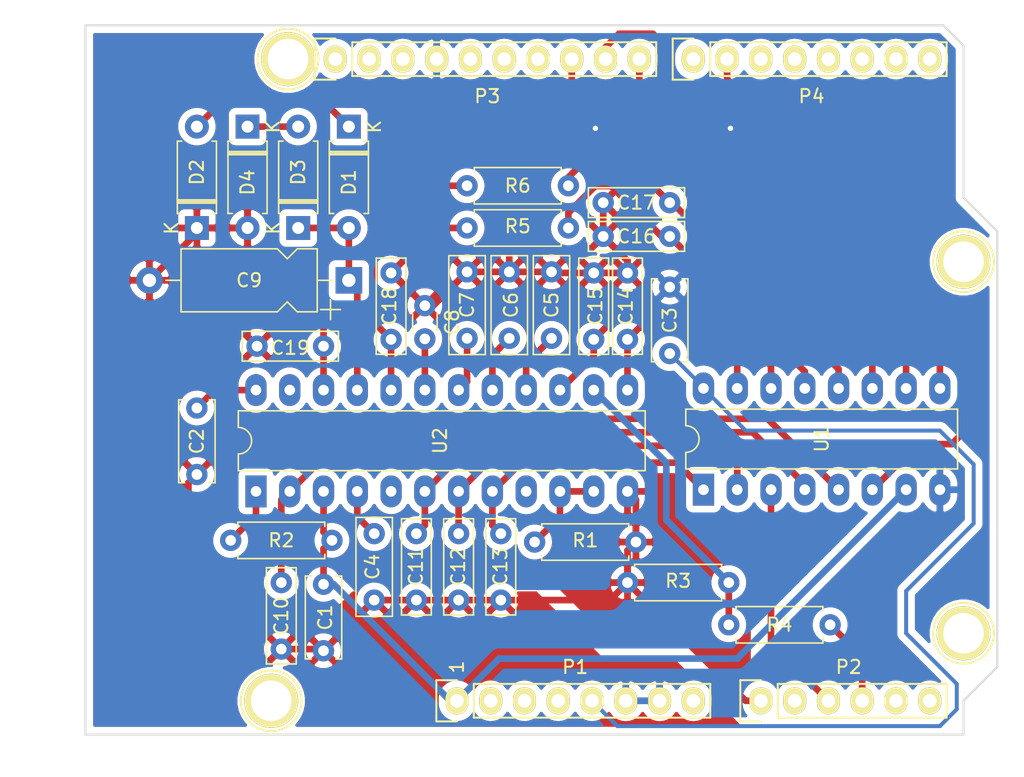
<source format=kicad_pcb>
(kicad_pcb (version 20171130) (host pcbnew "(5.1.6-0)")
  (title_block (date "lun. 30 mars 2015"))
  (layers (0 F.Cu signal) (31 B.Cu signal) (34 B.Paste user) (35 F.Paste user) (36 B.SilkS user) (37 F.SilkS user) (38 B.Mask user) (39 F.Mask user) (44 Edge.Cuts user))
  (net 0 "")
  (net 1 +5V)
  (net 2 GND)
  (net 3 "/9(**)")
  (net 4 /8)
  (net 5 "/6(**)")
  (net 6 "/10(**/SS)")
  (net 7 GNDA)
  (net 8 VEE)
  (net 9 +5VA)
  (net 10 "Net-(C4-Pad1)")
  (net 11 "Net-(C5-Pad2)")
  (net 12 "Net-(C6-Pad2)")
  (net 13 "Net-(C7-Pad2)")
  (net 14 "Net-(C8-Pad2)")
  (net 15 "Net-(C9-Pad1)")
  (net 16 /VCO_CV)
  (net 17 /MOD_AMT)
  (net 18 /WAVE_SEL)
  (net 19 /PWM)
  (net 20 /MIXER_CV)
  (net 21 /RESONANCE)
  (net 22 /VCA_CV)
  (net 23 "Net-(D1-Pad1)")
  (net 24 "Net-(D3-Pad2)")
  (net 25 "Net-(R1-Pad1)")
  (net 26 "Net-(R2-Pad1)")
  (net 27 "Net-(R3-Pad1)")
  (net 28 /LP_CUTOFF)
  (net 29 /LP_VCA_CV)
  (net 30 /CUTOFF)
  (net 31 /A3)
  (net 32 /VOICE_OUT)
  (net 33 /DAC_OUTPUT)
  (module Package_DIP:DIP-16_W7.62mm_LongPads (layer F.Cu) (at 157.48 107.95 90)
    (fp_text reference U1 (at 3.81 8.89 90) (layer F.SilkS))
    (fp_text value 4051)
    (pad 1 thru_hole rect (at 0 0 90) (size 2.4 1.6) (drill 0.8) (layers *.Cu *.Mask) (net 19 /PWM))
    (pad 9 thru_hole oval (at 7.62 17.78 90) (size 2.4 1.6) (drill 0.8) (layers *.Cu *.Mask) (net 6 "/10(**/SS)"))
    (pad 2 thru_hole oval (at 0 2.54 90) (size 2.4 1.6) (drill 0.8) (layers *.Cu *.Mask) (net 18 /WAVE_SEL))
    (pad 10 thru_hole oval (at 7.62 15.24 90) (size 2.4 1.6) (drill 0.8) (layers *.Cu *.Mask) (net 3 "/9(**)"))
    (pad 3 thru_hole oval (at 0 5.08 90) (size 2.4 1.6) (drill 0.8) (layers *.Cu *.Mask) (net 33 /DAC_OUTPUT))
    (pad 11 thru_hole oval (at 7.62 12.7 90) (size 2.4 1.6) (drill 0.8) (layers *.Cu *.Mask) (net 4 /8))
    (pad 4 thru_hole oval (at 0 7.62 90) (size 2.4 1.6) (drill 0.8) (layers *.Cu *.Mask) (net 17 /MOD_AMT))
    (pad 12 thru_hole oval (at 7.62 10.16 90) (size 2.4 1.6) (drill 0.8) (layers *.Cu *.Mask) (net 22 /VCA_CV))
    (pad 5 thru_hole oval (at 0 10.16 90) (size 2.4 1.6) (drill 0.8) (layers *.Cu *.Mask) (net 16 /VCO_CV))
    (pad 13 thru_hole oval (at 7.62 7.62 90) (size 2.4 1.6) (drill 0.8) (layers *.Cu *.Mask) (net 30 /CUTOFF))
    (pad 6 thru_hole oval (at 0 12.7 90) (size 2.4 1.6) (drill 0.8) (layers *.Cu *.Mask) (net 5 "/6(**)"))
    (pad 14 thru_hole oval (at 7.62 5.08 90) (size 2.4 1.6) (drill 0.8) (layers *.Cu *.Mask) (net 21 /RESONANCE))
    (pad 7 thru_hole oval (at 0 15.24 90) (size 2.4 1.6) (drill 0.8) (layers *.Cu *.Mask) (net 8 VEE))
    (pad 15 thru_hole oval (at 7.62 2.54 90) (size 2.4 1.6) (drill 0.8) (layers *.Cu *.Mask) (net 20 /MIXER_CV))
    (pad 8 thru_hole oval (at 0 17.78 90) (size 2.4 1.6) (drill 0.8) (layers *.Cu *.Mask) (net 2 GND))
    (pad 16 thru_hole oval (at 7.62 0 90) (size 2.4 1.6) (drill 0.8) (layers *.Cu *.Mask) (net 1 +5V))
  )
  (module Resistor_THT:R_Axial_DIN0207_L6.3mm_D2.5mm_P7.62mm_Horizontal (layer F.Cu) (at 167.005 118.11 180)
    (fp_text reference R4 (at 3.81 0) (layer F.SilkS))
    (fp_text value 68k)
    (pad 2 thru_hole oval (at 7.62 0 180) (size 1.6 1.6) (drill 0.8) (layers *.Cu *.Mask) (net 27 "Net-(R3-Pad1)"))
    (pad 1 thru_hole circle (at 0 0 180) (size 1.6 1.6) (drill 0.8) (layers *.Cu *.Mask) (net 31 /A3))
  )
  (module Resistor_THT:R_Axial_DIN0207_L6.3mm_D2.5mm_P7.62mm_Horizontal (layer F.Cu) (at 139.7 85.09)
    (fp_text reference R6 (at 3.81 0) (layer F.SilkS))
    (fp_text value 1M)
    (pad 2 thru_hole oval (at 7.62 0) (size 1.6 1.6) (drill 0.8) (layers *.Cu *.Mask) (net 22 /VCA_CV))
    (pad 1 thru_hole circle (at 0 0) (size 1.6 1.6) (drill 0.8) (layers *.Cu *.Mask) (net 29 /LP_VCA_CV))
  )
  (module Resistor_THT:R_Axial_DIN0207_L6.3mm_D2.5mm_P7.62mm_Horizontal (layer F.Cu) (at 139.7 88.265)
    (fp_text reference R5 (at 3.81 -0.127) (layer F.SilkS))
    (fp_text value 1M)
    (pad 2 thru_hole oval (at 7.62 0) (size 1.6 1.6) (drill 0.8) (layers *.Cu *.Mask) (net 30 /CUTOFF))
    (pad 1 thru_hole circle (at 0 0) (size 1.6 1.6) (drill 0.8) (layers *.Cu *.Mask) (net 28 /LP_CUTOFF))
  )
  (module Capacitor_THT:C_Rect_L7.0mm_W2.0mm_P5.00mm (layer F.Cu) (at 128.905 97.155 180)
    (fp_text reference C19 (at 2.5 -0.127) (layer F.SilkS))
    (fp_text value 10nF)
    (pad 2 thru_hole circle (at 5 0 180) (size 1.6 1.6) (drill 0.8) (layers *.Cu *.Mask) (net 7 GNDA))
    (pad 1 thru_hole circle (at 0 0 180) (size 1.6 1.6) (drill 0.8) (layers *.Cu *.Mask) (net 29 /LP_VCA_CV))
  )
  (module Capacitor_THT:C_Rect_L7.0mm_W2.0mm_P5.00mm (layer F.Cu) (at 133.985 96.647 90)
    (fp_text reference C18 (at 2.5 -0.127 90) (layer F.SilkS))
    (fp_text value 10nF)
    (pad 2 thru_hole circle (at 5 0 90) (size 1.6 1.6) (drill 0.8) (layers *.Cu *.Mask) (net 7 GNDA))
    (pad 1 thru_hole circle (at 0 0 90) (size 1.6 1.6) (drill 0.8) (layers *.Cu *.Mask) (net 28 /LP_CUTOFF))
  )
  (module Diode_THT:D_A-405_P7.62mm_Horizontal (layer F.Cu) (at 130.81 80.645 270)
    (fp_text reference D1 (at 4.191 0 90) (layer F.SilkS))
    (fp_text value 1N4148)
    (fp_text user K (at 0 -1.9 90) (layer F.SilkS))
    (pad 2 thru_hole oval (at 7.62 0 270) (size 1.8 1.8) (drill 0.9) (layers *.Cu *.Mask) (net 15 "Net-(C9-Pad1)"))
    (pad 1 thru_hole rect (at 0 0 270) (size 1.8 1.8) (drill 0.9) (layers *.Cu *.Mask) (net 23 "Net-(D1-Pad1)"))
  )
  (module Diode_THT:D_A-405_P7.62mm_Horizontal (layer F.Cu) (at 127 88.265 90)
    (fp_text reference D3 (at 4.191 0 90) (layer F.SilkS))
    (fp_text value 1N4148)
    (fp_text user K (at 0 -1.9 90) (layer F.SilkS))
    (pad 2 thru_hole oval (at 7.62 0 90) (size 1.8 1.8) (drill 0.9) (layers *.Cu *.Mask) (net 24 "Net-(D3-Pad2)"))
    (pad 1 thru_hole rect (at 0 0 90) (size 1.8 1.8) (drill 0.9) (layers *.Cu *.Mask) (net 15 "Net-(C9-Pad1)"))
  )
  (module Package_DIP:DIP-24_W7.62mm_LongPads (layer F.Cu) (at 123.825 108.077 90)
    (fp_text reference U2 (at 3.81 13.843 90) (layer F.SilkS))
    (fp_text value AS3394E)
    (pad 1 thru_hole rect (at 0 0 90) (size 2.4 1.6) (drill 0.8) (layers *.Cu *.Mask) (net 26 "Net-(R2-Pad1)"))
    (pad 13 thru_hole oval (at 7.62 27.94 90) (size 2.4 1.6) (drill 0.8) (layers *.Cu *.Mask) (net 20 /MIXER_CV))
    (pad 2 thru_hole oval (at 0 2.54 90) (size 2.4 1.6) (drill 0.8) (layers *.Cu *.Mask) (net 16 /VCO_CV))
    (pad 14 thru_hole oval (at 7.62 25.4 90) (size 2.4 1.6) (drill 0.8) (layers *.Cu *.Mask) (net 27 "Net-(R3-Pad1)"))
    (pad 3 thru_hole oval (at 0 5.08 90) (size 2.4 1.6) (drill 0.8) (layers *.Cu *.Mask) (net 8 VEE))
    (pad 15 thru_hole oval (at 7.62 22.86 90) (size 2.4 1.6) (drill 0.8) (layers *.Cu *.Mask) (net 21 /RESONANCE))
    (pad 4 thru_hole oval (at 0 7.62 90) (size 2.4 1.6) (drill 0.8) (layers *.Cu *.Mask) (net 10 "Net-(C4-Pad1)"))
    (pad 16 thru_hole oval (at 7.62 20.32 90) (size 2.4 1.6) (drill 0.8) (layers *.Cu *.Mask) (net 11 "Net-(C5-Pad2)"))
    (pad 5 thru_hole oval (at 0 10.16 90) (size 2.4 1.6) (drill 0.8) (layers *.Cu *.Mask))
    (pad 17 thru_hole oval (at 7.62 17.78 90) (size 2.4 1.6) (drill 0.8) (layers *.Cu *.Mask) (net 12 "Net-(C6-Pad2)"))
    (pad 6 thru_hole oval (at 0 12.7 90) (size 2.4 1.6) (drill 0.8) (layers *.Cu *.Mask) (net 17 /MOD_AMT))
    (pad 18 thru_hole oval (at 7.62 15.24 90) (size 2.4 1.6) (drill 0.8) (layers *.Cu *.Mask) (net 13 "Net-(C7-Pad2)"))
    (pad 7 thru_hole oval (at 0 15.24 90) (size 2.4 1.6) (drill 0.8) (layers *.Cu *.Mask) (net 18 /WAVE_SEL))
    (pad 19 thru_hole oval (at 7.62 12.7 90) (size 2.4 1.6) (drill 0.8) (layers *.Cu *.Mask) (net 14 "Net-(C8-Pad2)"))
    (pad 8 thru_hole oval (at 0 17.78 90) (size 2.4 1.6) (drill 0.8) (layers *.Cu *.Mask) (net 19 /PWM))
    (pad 20 thru_hole oval (at 7.62 10.16 90) (size 2.4 1.6) (drill 0.8) (layers *.Cu *.Mask) (net 28 /LP_CUTOFF))
    (pad 9 thru_hole oval (at 0 20.32 90) (size 2.4 1.6) (drill 0.8) (layers *.Cu *.Mask))
    (pad 21 thru_hole oval (at 7.62 7.62 90) (size 2.4 1.6) (drill 0.8) (layers *.Cu *.Mask) (net 15 "Net-(C9-Pad1)"))
    (pad 10 thru_hole oval (at 0 22.86 90) (size 2.4 1.6) (drill 0.8) (layers *.Cu *.Mask) (net 25 "Net-(R1-Pad1)"))
    (pad 22 thru_hole oval (at 7.62 5.08 90) (size 2.4 1.6) (drill 0.8) (layers *.Cu *.Mask) (net 29 /LP_VCA_CV))
    (pad 11 thru_hole oval (at 0 25.4 90) (size 2.4 1.6) (drill 0.8) (layers *.Cu *.Mask) (net 25 "Net-(R1-Pad1)"))
    (pad 23 thru_hole oval (at 7.62 2.54 90) (size 2.4 1.6) (drill 0.8) (layers *.Cu *.Mask) (net 32 /VOICE_OUT))
    (pad 12 thru_hole oval (at 0 27.94 90) (size 2.4 1.6) (drill 0.8) (layers *.Cu *.Mask) (net 7 GNDA))
    (pad 24 thru_hole oval (at 7.62 0 90) (size 2.4 1.6) (drill 0.8) (layers *.Cu *.Mask) (net 9 +5VA))
  )
  (module Resistor_THT:R_Axial_DIN0207_L6.3mm_D2.5mm_P7.62mm_Horizontal (layer F.Cu) (at 159.385 114.935 180)
    (fp_text reference R3 (at 3.81 0.127) (layer F.SilkS))
    (fp_text value 1k)
    (pad 2 thru_hole oval (at 7.62 0 180) (size 1.6 1.6) (drill 0.8) (layers *.Cu *.Mask) (net 7 GNDA))
    (pad 1 thru_hole circle (at 0 0 180) (size 1.6 1.6) (drill 0.8) (layers *.Cu *.Mask) (net 27 "Net-(R3-Pad1)"))
  )
  (module Resistor_THT:R_Axial_DIN0207_L6.3mm_D2.5mm_P7.62mm_Horizontal (layer F.Cu) (at 121.92 111.76)
    (fp_text reference R2 (at 3.81 0) (layer F.SilkS))
    (fp_text value 240k)
    (pad 2 thru_hole oval (at 7.62 0) (size 1.6 1.6) (drill 0.8) (layers *.Cu *.Mask) (net 8 VEE))
    (pad 1 thru_hole circle (at 0 0) (size 1.6 1.6) (drill 0.8) (layers *.Cu *.Mask) (net 26 "Net-(R2-Pad1)"))
  )
  (module Resistor_THT:R_Axial_DIN0207_L6.3mm_D2.5mm_P7.62mm_Horizontal (layer F.Cu) (at 144.78 111.887)
    (fp_text reference R1 (at 3.81 -0.127) (layer F.SilkS))
    (fp_text value 1k)
    (pad 2 thru_hole oval (at 7.62 0) (size 1.6 1.6) (drill 0.8) (layers *.Cu *.Mask) (net 7 GNDA))
    (pad 1 thru_hole circle (at 0 0) (size 1.6 1.6) (drill 0.8) (layers *.Cu *.Mask) (net 25 "Net-(R1-Pad1)"))
  )
  (module Diode_THT:D_A-405_P7.62mm_Horizontal (layer F.Cu) (at 123.19 80.645 270)
    (fp_text reference D4 (at 4.191 0 90) (layer F.SilkS))
    (fp_text value 1N4148)
    (fp_text user K (at 0 -1.9 90) (layer F.SilkS))
    (pad 2 thru_hole oval (at 7.62 0 270) (size 1.8 1.8) (drill 0.9) (layers *.Cu *.Mask) (net 7 GNDA))
    (pad 1 thru_hole rect (at 0 0 270) (size 1.8 1.8) (drill 0.9) (layers *.Cu *.Mask) (net 24 "Net-(D3-Pad2)"))
  )
  (module Diode_THT:D_A-405_P7.62mm_Horizontal (layer F.Cu) (at 119.38 88.265 90)
    (fp_text reference D2 (at 4.191 0 90) (layer F.SilkS))
    (fp_text value 1N4148)
    (fp_text user K (at 0 -1.9 90) (layer F.SilkS))
    (pad 2 thru_hole oval (at 7.62 0 90) (size 1.8 1.8) (drill 0.9) (layers *.Cu *.Mask) (net 23 "Net-(D1-Pad1)"))
    (pad 1 thru_hole rect (at 0 0 90) (size 1.8 1.8) (drill 0.9) (layers *.Cu *.Mask) (net 7 GNDA))
  )
  (module Capacitor_THT:C_Rect_L7.0mm_W2.0mm_P5.00mm (layer F.Cu) (at 154.94 86.36 180)
    (fp_text reference C17 (at 2.5 0) (layer F.SilkS))
    (fp_text value 10nF)
    (pad 2 thru_hole circle (at 5 0 180) (size 1.6 1.6) (drill 0.8) (layers *.Cu *.Mask) (net 7 GNDA))
    (pad 1 thru_hole circle (at 0 0 180) (size 1.6 1.6) (drill 0.8) (layers *.Cu *.Mask) (net 22 /VCA_CV))
  )
  (module Capacitor_THT:C_Rect_L7.0mm_W2.0mm_P5.00mm (layer F.Cu) (at 154.94 88.9 180)
    (fp_text reference C16 (at 2.5 0) (layer F.SilkS))
    (fp_text value 10nF)
    (pad 2 thru_hole circle (at 5 0 180) (size 1.6 1.6) (drill 0.8) (layers *.Cu *.Mask) (net 7 GNDA))
    (pad 1 thru_hole circle (at 0 0 180) (size 1.6 1.6) (drill 0.8) (layers *.Cu *.Mask) (net 30 /CUTOFF))
  )
  (module Capacitor_THT:C_Rect_L7.0mm_W2.0mm_P5.00mm (layer F.Cu) (at 149.225 96.647 90)
    (fp_text reference C15 (at 2.5 0.127 90) (layer F.SilkS))
    (fp_text value 10nF)
    (pad 2 thru_hole circle (at 5 0 90) (size 1.6 1.6) (drill 0.8) (layers *.Cu *.Mask) (net 7 GNDA))
    (pad 1 thru_hole circle (at 0 0 90) (size 1.6 1.6) (drill 0.8) (layers *.Cu *.Mask) (net 21 /RESONANCE))
  )
  (module Capacitor_THT:C_Rect_L7.0mm_W2.0mm_P5.00mm (layer F.Cu) (at 151.765 96.647 90)
    (fp_text reference C14 (at 2.5 -0.127 90) (layer F.SilkS))
    (fp_text value 10nF)
    (pad 2 thru_hole circle (at 5 0 90) (size 1.6 1.6) (drill 0.8) (layers *.Cu *.Mask) (net 7 GNDA))
    (pad 1 thru_hole circle (at 0 0 90) (size 1.6 1.6) (drill 0.8) (layers *.Cu *.Mask) (net 20 /MIXER_CV))
  )
  (module Capacitor_THT:C_Rect_L7.0mm_W2.0mm_P5.00mm (layer F.Cu) (at 142.24 111.252 270)
    (fp_text reference C13 (at 2.5 0.036 90) (layer F.SilkS))
    (fp_text value 10nF)
    (pad 2 thru_hole circle (at 5 0 270) (size 1.6 1.6) (drill 0.8) (layers *.Cu *.Mask) (net 7 GNDA))
    (pad 1 thru_hole circle (at 0 0 270) (size 1.6 1.6) (drill 0.8) (layers *.Cu *.Mask) (net 19 /PWM))
  )
  (module Capacitor_THT:C_Rect_L7.0mm_W2.0mm_P5.00mm (layer F.Cu) (at 139.065 111.252 270)
    (fp_text reference C12 (at 2.5 0.036 90) (layer F.SilkS))
    (fp_text value 10nF)
    (pad 2 thru_hole circle (at 5 0 270) (size 1.6 1.6) (drill 0.8) (layers *.Cu *.Mask) (net 7 GNDA))
    (pad 1 thru_hole circle (at 0 0 270) (size 1.6 1.6) (drill 0.8) (layers *.Cu *.Mask) (net 18 /WAVE_SEL))
  )
  (module Capacitor_THT:C_Rect_L7.0mm_W2.0mm_P5.00mm (layer F.Cu) (at 135.89 111.252 270)
    (fp_text reference C11 (at 2.5 0.036 90) (layer F.SilkS))
    (fp_text value 10nF)
    (pad 2 thru_hole circle (at 5 0 270) (size 1.6 1.6) (drill 0.8) (layers *.Cu *.Mask) (net 7 GNDA))
    (pad 1 thru_hole circle (at 0 0 270) (size 1.6 1.6) (drill 0.8) (layers *.Cu *.Mask) (net 17 /MOD_AMT))
  )
  (module Capacitor_THT:C_Rect_L7.0mm_W2.0mm_P5.00mm (layer F.Cu) (at 125.73 114.935 270)
    (fp_text reference C10 (at 2.5 0 90) (layer F.SilkS))
    (fp_text value 10nF)
    (pad 2 thru_hole circle (at 5 0 270) (size 1.6 1.6) (drill 0.8) (layers *.Cu *.Mask) (net 7 GNDA))
    (pad 1 thru_hole circle (at 0 0 270) (size 1.6 1.6) (drill 0.8) (layers *.Cu *.Mask) (net 16 /VCO_CV))
  )
  (module Capacitor_THT:CP_Axial_L10.0mm_D4.5mm_P15.00mm_Horizontal (layer F.Cu) (at 130.81 92.202 180)
    (fp_text reference C9 (at 7.5 0) (layer F.SilkS))
    (fp_text value 4.5uF)
    (pad 2 thru_hole oval (at 15 0 180) (size 2 2) (drill 1) (layers *.Cu *.Mask) (net 7 GNDA))
    (pad 1 thru_hole rect (at 0 0 180) (size 2 2) (drill 1) (layers *.Cu *.Mask) (net 15 "Net-(C9-Pad1)"))
  )
  (module Capacitor_THT:C_Disc_D3.0mm_W1.6mm_P2.50mm (layer F.Cu) (at 136.525 94.107 270)
    (fp_text reference C8 (at 1.25 -2.05 90) (layer F.SilkS))
    (fp_text value 560pF)
    (pad 2 thru_hole circle (at 2.5 0 270) (size 1.6 1.6) (drill 0.8) (layers *.Cu *.Mask) (net 14 "Net-(C8-Pad2)"))
    (pad 1 thru_hole circle (at 0 0 270) (size 1.6 1.6) (drill 0.8) (layers *.Cu *.Mask) (net 7 GNDA))
  )
  (module Capacitor_THT:C_Rect_L7.2mm_W2.5mm_P5.00mm_FKS2_FKP2_MKS2_MKP2 (layer F.Cu) (at 139.7 91.567 270)
    (fp_text reference C7 (at 2.5 0 90) (layer F.SilkS))
    (fp_text value 33nF)
    (pad 2 thru_hole circle (at 5 0 270) (size 1.6 1.6) (drill 0.8) (layers *.Cu *.Mask) (net 13 "Net-(C7-Pad2)"))
    (pad 1 thru_hole circle (at 0 0 270) (size 1.6 1.6) (drill 0.8) (layers *.Cu *.Mask) (net 7 GNDA))
  )
  (module Capacitor_THT:C_Rect_L7.2mm_W2.5mm_P5.00mm_FKS2_FKP2_MKS2_MKP2 (layer F.Cu) (at 142.875 91.567 270)
    (fp_text reference C6 (at 2.5 -0.127 90) (layer F.SilkS))
    (fp_text value 33nF)
    (pad 2 thru_hole circle (at 5 0 270) (size 1.6 1.6) (drill 0.8) (layers *.Cu *.Mask) (net 12 "Net-(C6-Pad2)"))
    (pad 1 thru_hole circle (at 0 0 270) (size 1.6 1.6) (drill 0.8) (layers *.Cu *.Mask) (net 7 GNDA))
  )
  (module Capacitor_THT:C_Rect_L7.2mm_W2.5mm_P5.00mm_FKS2_FKP2_MKS2_MKP2 (layer F.Cu) (at 146.05 91.567 270)
    (fp_text reference C5 (at 2.5 0 90) (layer F.SilkS))
    (fp_text value 33nF)
    (pad 2 thru_hole circle (at 5 0 270) (size 1.6 1.6) (drill 0.8) (layers *.Cu *.Mask) (net 11 "Net-(C5-Pad2)"))
    (pad 1 thru_hole circle (at 0 0 270) (size 1.6 1.6) (drill 0.8) (layers *.Cu *.Mask) (net 7 GNDA))
  )
  (module Capacitor_THT:C_Rect_L7.2mm_W2.5mm_P5.00mm_FKS2_FKP2_MKS2_MKP2 (layer F.Cu) (at 132.715 111.252 270)
    (fp_text reference C4 (at 2.5 0.127 90) (layer F.SilkS))
    (fp_text value 2.2nF)
    (pad 2 thru_hole circle (at 5 0 270) (size 1.6 1.6) (drill 0.8) (layers *.Cu *.Mask) (net 7 GNDA))
    (pad 1 thru_hole circle (at 0 0 270) (size 1.6 1.6) (drill 0.8) (layers *.Cu *.Mask) (net 10 "Net-(C4-Pad1)"))
  )
  (module Capacitor_THT:C_Disc_D6.0mm_W2.5mm_P5.00mm (layer F.Cu) (at 154.94 92.71 270)
    (fp_text reference C3 (at 2.5 0 90) (layer F.SilkS))
    (fp_text value 100nF)
    (pad 2 thru_hole circle (at 5 0 270) (size 1.6 1.6) (drill 0.8) (layers *.Cu *.Mask) (net 1 +5V))
    (pad 1 thru_hole circle (at 0 0 270) (size 1.6 1.6) (drill 0.8) (layers *.Cu *.Mask) (net 2 GND))
  )
  (module Capacitor_THT:C_Disc_D6.0mm_W2.5mm_P5.00mm (layer F.Cu) (at 119.38 106.807 90)
    (fp_text reference C2 (at 2.5 0 90) (layer F.SilkS))
    (fp_text value 100nF)
    (pad 2 thru_hole circle (at 5 0 90) (size 1.6 1.6) (drill 0.8) (layers *.Cu *.Mask) (net 9 +5VA))
    (pad 1 thru_hole circle (at 0 0 90) (size 1.6 1.6) (drill 0.8) (layers *.Cu *.Mask) (net 7 GNDA))
  )
  (module Capacitor_THT:C_Disc_D6.0mm_W2.5mm_P5.00mm (layer F.Cu) (at 128.905 115.062 270)
    (fp_text reference C1 (at 2.5 -0.127 90) (layer F.SilkS))
    (fp_text value 100nF)
    (pad 2 thru_hole circle (at 5 0 270) (size 1.6 1.6) (drill 0.8) (layers *.Cu *.Mask) (net 7 GNDA))
    (pad 1 thru_hole circle (at 0 0 270) (size 1.6 1.6) (drill 0.8) (layers *.Cu *.Mask) (net 8 VEE))
  )
  (module Socket_Arduino_Uno:Socket_Strip_Arduino_1x08 (layer F.Cu) (at 138.938 123.825)
    (fp_text reference P1 (at 8.89 -2.54) (layer F.SilkS))
    (fp_text value Power)
    (pad 8 thru_hole oval (at 17.78 0) (size 1.7272 2.032) (drill 1.016) (layers *.Cu *.Mask F.SilkS))
    (pad 7 thru_hole oval (at 15.24 0) (size 1.7272 2.032) (drill 1.016) (layers *.Cu *.Mask F.SilkS) (net 2 GND))
    (pad 6 thru_hole oval (at 12.7 0) (size 1.7272 2.032) (drill 1.016) (layers *.Cu *.Mask F.SilkS) (net 2 GND))
    (pad 5 thru_hole oval (at 10.16 0) (size 1.7272 2.032) (drill 1.016) (layers *.Cu *.Mask F.SilkS) (net 1 +5V))
    (pad 4 thru_hole oval (at 7.62 0) (size 1.7272 2.032) (drill 1.016) (layers *.Cu *.Mask F.SilkS))
    (pad 3 thru_hole oval (at 5.08 0) (size 1.7272 2.032) (drill 1.016) (layers *.Cu *.Mask F.SilkS))
    (pad 2 thru_hole oval (at 2.54 0) (size 1.7272 2.032) (drill 1.016) (layers *.Cu *.Mask F.SilkS))
    (pad 1 thru_hole oval (at 0 0) (size 1.7272 2.032) (drill 1.016) (layers *.Cu *.Mask F.SilkS) (net 8 VEE))
  )
  (module Socket_Arduino_Uno:Socket_Strip_Arduino_1x06 (layer F.Cu) (at 161.798 123.825)
    (fp_text reference P2 (at 6.604 -2.54) (layer F.SilkS))
    (fp_text value Analog)
    (pad 6 thru_hole oval (at 12.7 0) (size 1.7272 2.032) (drill 1.016) (layers *.Cu *.Mask F.SilkS))
    (pad 5 thru_hole oval (at 10.16 0) (size 1.7272 2.032) (drill 1.016) (layers *.Cu *.Mask F.SilkS))
    (pad 4 thru_hole oval (at 7.62 0) (size 1.7272 2.032) (drill 1.016) (layers *.Cu *.Mask F.SilkS) (net 31 /A3))
    (pad 3 thru_hole oval (at 5.08 0) (size 1.7272 2.032) (drill 1.016) (layers *.Cu *.Mask F.SilkS) (net 33 /DAC_OUTPUT))
    (pad 2 thru_hole oval (at 2.54 0) (size 1.7272 2.032) (drill 1.016) (layers *.Cu *.Mask F.SilkS) (net 32 /VOICE_OUT))
    (pad 1 thru_hole oval (at 0 0) (size 1.7272 2.032) (drill 1.016) (layers *.Cu *.Mask F.SilkS) (net 7 GNDA))
  )
  (module Socket_Arduino_Uno:Socket_Strip_Arduino_1x10 (layer F.Cu) (at 129.794 75.565)
    (fp_text reference P3 (at 11.43 2.794) (layer F.SilkS))
    (fp_text value Digital)
    (pad 10 thru_hole oval (at 22.86 0) (size 1.7272 2.032) (drill 1.016) (layers *.Cu *.Mask F.SilkS) (net 4 /8))
    (pad 9 thru_hole oval (at 20.32 0) (size 1.7272 2.032) (drill 1.016) (layers *.Cu *.Mask F.SilkS) (net 3 "/9(**)"))
    (pad 8 thru_hole oval (at 17.78 0) (size 1.7272 2.032) (drill 1.016) (layers *.Cu *.Mask F.SilkS) (net 6 "/10(**/SS)"))
    (pad 7 thru_hole oval (at 15.24 0) (size 1.7272 2.032) (drill 1.016) (layers *.Cu *.Mask F.SilkS))
    (pad 6 thru_hole oval (at 12.7 0) (size 1.7272 2.032) (drill 1.016) (layers *.Cu *.Mask F.SilkS))
    (pad 5 thru_hole oval (at 10.16 0) (size 1.7272 2.032) (drill 1.016) (layers *.Cu *.Mask F.SilkS))
    (pad 4 thru_hole oval (at 7.62 0) (size 1.7272 2.032) (drill 1.016) (layers *.Cu *.Mask F.SilkS) (net 2 GND))
    (pad 3 thru_hole oval (at 5.08 0) (size 1.7272 2.032) (drill 1.016) (layers *.Cu *.Mask F.SilkS))
    (pad 2 thru_hole oval (at 2.54 0) (size 1.7272 2.032) (drill 1.016) (layers *.Cu *.Mask F.SilkS))
    (pad 1 thru_hole oval (at 0 0) (size 1.7272 2.032) (drill 1.016) (layers *.Cu *.Mask F.SilkS))
  )
  (module Socket_Arduino_Uno:Socket_Strip_Arduino_1x08 (layer F.Cu) (at 156.718 75.565)
    (fp_text reference P4 (at 8.89 2.794) (layer F.SilkS))
    (fp_text value Digital)
    (pad 8 thru_hole oval (at 17.78 0) (size 1.7272 2.032) (drill 1.016) (layers *.Cu *.Mask F.SilkS))
    (pad 7 thru_hole oval (at 15.24 0) (size 1.7272 2.032) (drill 1.016) (layers *.Cu *.Mask F.SilkS))
    (pad 6 thru_hole oval (at 12.7 0) (size 1.7272 2.032) (drill 1.016) (layers *.Cu *.Mask F.SilkS))
    (pad 5 thru_hole oval (at 10.16 0) (size 1.7272 2.032) (drill 1.016) (layers *.Cu *.Mask F.SilkS))
    (pad 4 thru_hole oval (at 7.62 0) (size 1.7272 2.032) (drill 1.016) (layers *.Cu *.Mask F.SilkS))
    (pad 3 thru_hole oval (at 5.08 0) (size 1.7272 2.032) (drill 1.016) (layers *.Cu *.Mask F.SilkS))
    (pad 2 thru_hole oval (at 2.54 0) (size 1.7272 2.032) (drill 1.016) (layers *.Cu *.Mask F.SilkS) (net 5 "/6(**)"))
    (pad 1 thru_hole oval (at 0 0) (size 1.7272 2.032) (drill 1.016) (layers *.Cu *.Mask F.SilkS))
  )
  (module Socket_Arduino_Uno:Arduino_1pin (layer F.Cu) (at 124.968 123.825)
    (fp_text reference P5 hide)
    (fp_text value CONN_01X01 hide)
    (pad 1 thru_hole circle (at 0 0) (size 4.064 4.064) (drill 3.048) (layers *.Cu *.Mask F.SilkS))
  )
  (module Socket_Arduino_Uno:Arduino_1pin (layer F.Cu) (at 177.038 118.745)
    (fp_text reference P6 hide)
    (fp_text value CONN_01X01 hide)
    (pad 1 thru_hole circle (at 0 0) (size 4.064 4.064) (drill 3.048) (layers *.Cu *.Mask F.SilkS))
  )
  (module Socket_Arduino_Uno:Arduino_1pin (layer F.Cu) (at 126.238 75.565)
    (fp_text reference P7 hide)
    (fp_text value CONN_01X01 hide)
    (pad 1 thru_hole circle (at 0 0) (size 4.064 4.064) (drill 3.048) (layers *.Cu *.Mask F.SilkS))
  )
  (module Socket_Arduino_Uno:Arduino_1pin (layer F.Cu) (at 177.038 90.805)
    (fp_text reference P8 hide)
    (fp_text value CONN_01X01 hide)
    (pad 1 thru_hole circle (at 0 0) (size 4.064 4.064) (drill 3.048) (layers *.Cu *.Mask F.SilkS))
  )
  (gr_text 1 (at 138.938 121.285 90) (layer F.SilkS) (effects (font (size 1 1))))
  (gr_line (start 177.038 74.549) (end 175.514 73.025) (angle 90) (layer Edge.Cuts) (width 0.15))
  (gr_line (start 177.038 85.979) (end 177.038 74.549) (angle 90) (layer Edge.Cuts) (width 0.15))
  (gr_line (start 179.578 88.519) (end 177.038 85.979) (angle 90) (layer Edge.Cuts) (width 0.15))
  (gr_line (start 179.578 121.285) (end 179.578 88.519) (angle 90) (layer Edge.Cuts) (width 0.15))
  (gr_line (start 177.038 123.825) (end 179.578 121.285) (angle 90) (layer Edge.Cuts) (width 0.15))
  (gr_line (start 177.038 126.365) (end 177.038 123.825) (angle 90) (layer Edge.Cuts) (width 0.15))
  (gr_line (start 110.998 126.365) (end 177.038 126.365) (angle 90) (layer Edge.Cuts) (width 0.15))
  (gr_line (start 110.998 73.025) (end 110.998 126.365) (angle 90) (layer Edge.Cuts) (width 0.15))
  (gr_line (start 175.514 73.025) (end 110.998 73.025) (angle 90) (layer Edge.Cuts) (width 0.15))
  (segment (start 157.48 100.25) (end 154.94 97.71) (width 0.3) (layer B.Cu) (net 1))
  (segment (start 157.48 100.33) (end 157.48 100.25) (width 0.3) (layer B.Cu) (net 1))
  (segment (start 160.655 103.505) (end 157.48 100.33) (width 0.3) (layer B.Cu) (net 1))
  (segment (start 175.26 103.505) (end 160.655 103.505) (width 0.3) (layer B.Cu) (net 1))
  (segment (start 177.8 110.49) (end 177.8 106.045) (width 0.3) (layer B.Cu) (net 1))
  (segment (start 172.72 115.57) (end 177.8 110.49) (width 0.3) (layer B.Cu) (net 1))
  (segment (start 172.72 118.745) (end 172.72 115.57) (width 0.3) (layer B.Cu) (net 1))
  (segment (start 149.098 123.825) (end 151.003 125.73) (width 0.3) (layer B.Cu) (net 1))
  (segment (start 176.53 122.555) (end 172.72 118.745) (width 0.3) (layer B.Cu) (net 1))
  (segment (start 177.8 106.045) (end 175.26 103.505) (width 0.3) (layer B.Cu) (net 1))
  (segment (start 175.26 125.73) (end 176.53 124.46) (width 0.3) (layer B.Cu) (net 1))
  (segment (start 151.003 125.73) (end 175.26 125.73) (width 0.3) (layer B.Cu) (net 1))
  (segment (start 176.53 124.46) (end 176.53 122.555) (width 0.3) (layer B.Cu) (net 1))
  (segment (start 150.114 75.565) (end 150.114 75.311) (width 0.25) (layer F.Cu) (net 3))
  (segment (start 150.114 74.676) (end 150.114 75.565) (width 0.5) (layer F.Cu) (net 3))
  (segment (start 151.13 73.66) (end 150.114 74.676) (width 0.5) (layer F.Cu) (net 3))
  (segment (start 154.686 74.676) (end 153.67 73.66) (width 0.5) (layer F.Cu) (net 3))
  (segment (start 153.67 73.66) (end 151.13 73.66) (width 0.5) (layer F.Cu) (net 3))
  (segment (start 154.686 78.486) (end 154.686 74.676) (width 0.5) (layer F.Cu) (net 3))
  (segment (start 172.72 96.52) (end 154.686 78.486) (width 0.5) (layer F.Cu) (net 3))
  (segment (start 172.72 100.33) (end 172.72 96.52) (width 0.5) (layer F.Cu) (net 3))
  (segment (start 152.654 75.565) (end 152.654 80.772) (width 0.5) (layer F.Cu) (net 4))
  (segment (start 170.18 98.298) (end 170.18 100.33) (width 0.5) (layer F.Cu) (net 4))
  (segment (start 152.654 80.772) (end 170.18 98.298) (width 0.5) (layer F.Cu) (net 4))
  (segment (start 173.609 104.521) (end 170.18 107.95) (width 0.5) (layer F.Cu) (net 5))
  (segment (start 159.258 75.565) (end 159.258 77.081) (width 0.5) (layer F.Cu) (net 5))
  (segment (start 159.258 77.081) (end 178.308 96.131) (width 0.5) (layer F.Cu) (net 5))
  (segment (start 178.308 102.362) (end 176.149 104.521) (width 0.5) (layer F.Cu) (net 5))
  (segment (start 176.149 104.521) (end 173.609 104.521) (width 0.5) (layer F.Cu) (net 5))
  (segment (start 178.308 96.131) (end 178.308 102.362) (width 0.5) (layer F.Cu) (net 5))
  (via (at 149.352 80.772) (size 0.6) (drill 0.4) (layers F.Cu B.Cu) (net 6))
  (segment (start 147.574 78.994) (end 149.352 80.772) (width 0.5) (layer F.Cu) (net 6))
  (segment (start 147.574 75.565) (end 147.574 78.994) (width 0.5) (layer F.Cu) (net 6))
  (via (at 159.512 80.772) (size 0.6) (drill 0.4) (layers F.Cu B.Cu) (net 6))
  (segment (start 149.352 80.772) (end 159.512 80.772) (width 0.5) (layer B.Cu) (net 6))
  (segment (start 175.26 96.52) (end 175.26 100.33) (width 0.5) (layer F.Cu) (net 6))
  (segment (start 159.512 80.772) (end 175.26 96.52) (width 0.5) (layer F.Cu) (net 6))
  (segment (start 142.24 116.252) (end 139.065 116.252) (width 0.5) (layer F.Cu) (net 7))
  (segment (start 139.065 116.252) (end 135.89 116.252) (width 0.5) (layer F.Cu) (net 7))
  (segment (start 135.89 116.252) (end 132.715 116.252) (width 0.5) (layer F.Cu) (net 7))
  (segment (start 151.765 91.647) (end 149.225 91.647) (width 0.5) (layer F.Cu) (net 7))
  (segment (start 146.13 91.647) (end 146.05 91.567) (width 0.5) (layer F.Cu) (net 7))
  (segment (start 149.225 91.647) (end 146.13 91.647) (width 0.5) (layer F.Cu) (net 7))
  (segment (start 142.875 91.567) (end 146.05 91.567) (width 0.5) (layer F.Cu) (net 7))
  (segment (start 139.7 91.567) (end 142.875 91.567) (width 0.5) (layer F.Cu) (net 7))
  (segment (start 139.62 91.647) (end 139.7 91.567) (width 0.5) (layer F.Cu) (net 7))
  (segment (start 119.38 88.265) (end 123.19 88.265) (width 0.5) (layer F.Cu) (net 7))
  (segment (start 119.38 88.632) (end 115.81 92.202) (width 0.5) (layer F.Cu) (net 7))
  (segment (start 119.38 88.265) (end 119.38 88.632) (width 0.5) (layer F.Cu) (net 7))
  (segment (start 115.81 103.237) (end 115.81 92.202) (width 0.5) (layer F.Cu) (net 7))
  (segment (start 119.38 106.807) (end 115.81 103.237) (width 0.5) (layer F.Cu) (net 7))
  (segment (start 152.4 108.712) (end 151.765 108.077) (width 0.5) (layer F.Cu) (net 7))
  (segment (start 152.4 111.887) (end 152.4 108.712) (width 0.5) (layer F.Cu) (net 7))
  (segment (start 123.19 96.44) (end 123.905 97.155) (width 0.5) (layer F.Cu) (net 7))
  (segment (start 123.19 88.265) (end 123.19 96.44) (width 0.5) (layer F.Cu) (net 7))
  (segment (start 149.94 86.36) (end 149.94 88.9) (width 0.5) (layer F.Cu) (net 7))
  (segment (start 151.765 90.725) (end 151.765 91.647) (width 0.5) (layer F.Cu) (net 7))
  (segment (start 149.94 88.9) (end 151.765 90.725) (width 0.5) (layer F.Cu) (net 7))
  (segment (start 137.16 94.107) (end 136.525 94.107) (width 0.5) (layer F.Cu) (net 7))
  (segment (start 139.7 91.567) (end 137.16 94.107) (width 0.5) (layer F.Cu) (net 7))
  (segment (start 134.065 91.647) (end 133.985 91.647) (width 0.5) (layer F.Cu) (net 7))
  (segment (start 136.525 94.107) (end 134.065 91.647) (width 0.5) (layer F.Cu) (net 7))
  (segment (start 123.19 88.265) (end 123.19 85.09) (width 0.5) (layer F.Cu) (net 7))
  (segment (start 123.19 85.09) (end 125.73 82.55) (width 0.5) (layer F.Cu) (net 7))
  (segment (start 142.875 86.599998) (end 142.875 91.567) (width 0.5) (layer F.Cu) (net 7))
  (segment (start 125.73 82.55) (end 138.825002 82.55) (width 0.5) (layer F.Cu) (net 7))
  (segment (start 142.875 84.455) (end 142.875 86.599998) (width 0.5) (layer F.Cu) (net 7))
  (segment (start 140.97 82.55) (end 142.875 84.455) (width 0.5) (layer F.Cu) (net 7))
  (segment (start 138.825002 82.55) (end 140.97 82.55) (width 0.5) (layer F.Cu) (net 7))
  (segment (start 118.745 112.95) (end 118.745 107.442) (width 0.5) (layer F.Cu) (net 7))
  (segment (start 118.745 107.442) (end 119.38 106.807) (width 0.5) (layer F.Cu) (net 7))
  (segment (start 125.73 119.935) (end 118.745 112.95) (width 0.5) (layer F.Cu) (net 7))
  (segment (start 151.765 112.522) (end 152.4 111.887) (width 0.5) (layer F.Cu) (net 7))
  (segment (start 151.765 114.935) (end 151.765 112.522) (width 0.5) (layer F.Cu) (net 7))
  (segment (start 150.448 116.252) (end 151.765 114.935) (width 0.5) (layer F.Cu) (net 7))
  (segment (start 142.24 116.252) (end 150.448 116.252) (width 0.5) (layer F.Cu) (net 7))
  (segment (start 125.73 119.935) (end 128.778 119.935) (width 0.5) (layer F.Cu) (net 7))
  (segment (start 128.905 120.062) (end 128.778 119.935) (width 0.5) (layer F.Cu) (net 7))
  (segment (start 128.905 120.062) (end 132.715 116.252) (width 0.5) (layer F.Cu) (net 7))
  (segment (start 160.655 123.825) (end 151.765 114.935) (width 0.5) (layer F.Cu) (net 7))
  (segment (start 161.798 123.825) (end 160.655 123.825) (width 0.5) (layer F.Cu) (net 7))
  (segment (start 128.905 111.125) (end 129.54 111.76) (width 0.5) (layer F.Cu) (net 8))
  (segment (start 128.905 108.077) (end 128.905 111.125) (width 0.5) (layer F.Cu) (net 8))
  (segment (start 138.938 123.825) (end 142.113 120.65) (width 0.5) (layer B.Cu) (net 8))
  (segment (start 160.02 120.65) (end 172.72 107.95) (width 0.5) (layer B.Cu) (net 8))
  (segment (start 142.113 120.65) (end 160.02 120.65) (width 0.5) (layer B.Cu) (net 8))
  (segment (start 129.667 115.062) (end 128.905 115.062) (width 0.5) (layer B.Cu) (net 8))
  (segment (start 138.43 123.825) (end 129.667 115.062) (width 0.5) (layer B.Cu) (net 8))
  (segment (start 138.938 123.825) (end 138.43 123.825) (width 0.5) (layer B.Cu) (net 8))
  (segment (start 128.905 112.395) (end 129.54 111.76) (width 0.5) (layer F.Cu) (net 8))
  (segment (start 128.905 115.062) (end 128.905 112.395) (width 0.5) (layer F.Cu) (net 8))
  (segment (start 120.73 100.457) (end 119.38 101.807) (width 0.5) (layer F.Cu) (net 9))
  (segment (start 123.825 100.457) (end 120.73 100.457) (width 0.5) (layer F.Cu) (net 9))
  (segment (start 131.445 109.982) (end 132.715 111.252) (width 0.5) (layer F.Cu) (net 10))
  (segment (start 131.445 108.077) (end 131.445 109.982) (width 0.5) (layer F.Cu) (net 10))
  (segment (start 144.145 98.472) (end 146.05 96.567) (width 0.5) (layer F.Cu) (net 11))
  (segment (start 144.145 100.457) (end 144.145 98.472) (width 0.5) (layer F.Cu) (net 11))
  (segment (start 141.605 97.837) (end 142.875 96.567) (width 0.5) (layer F.Cu) (net 12))
  (segment (start 141.605 100.457) (end 141.605 97.837) (width 0.5) (layer F.Cu) (net 12))
  (segment (start 139.7 99.822) (end 139.065 100.457) (width 0.5) (layer F.Cu) (net 13))
  (segment (start 139.7 96.567) (end 139.7 99.822) (width 0.5) (layer F.Cu) (net 13))
  (segment (start 136.525 100.457) (end 136.525 96.607) (width 0.5) (layer F.Cu) (net 14))
  (segment (start 131.445 92.837) (end 130.81 92.202) (width 0.5) (layer F.Cu) (net 15))
  (segment (start 131.445 100.457) (end 131.445 92.837) (width 0.5) (layer F.Cu) (net 15))
  (segment (start 130.81 92.202) (end 130.81 88.265) (width 0.5) (layer F.Cu) (net 15))
  (segment (start 130.81 88.265) (end 127 88.265) (width 0.5) (layer F.Cu) (net 15))
  (segment (start 125.73 108.712) (end 126.365 108.077) (width 0.5) (layer F.Cu) (net 16))
  (segment (start 125.73 114.935) (end 125.73 108.712) (width 0.5) (layer F.Cu) (net 16))
  (segment (start 131.826 102.616) (end 126.365 108.077) (width 0.5) (layer F.Cu) (net 16))
  (segment (start 162.306 102.616) (end 131.826 102.616) (width 0.5) (layer F.Cu) (net 16))
  (segment (start 167.64 107.95) (end 162.306 102.616) (width 0.5) (layer F.Cu) (net 16))
  (segment (start 136.525 110.617) (end 135.89 111.252) (width 0.5) (layer F.Cu) (net 17))
  (segment (start 136.525 108.077) (end 136.525 110.617) (width 0.5) (layer F.Cu) (net 17))
  (segment (start 140.97 103.632) (end 136.525 108.077) (width 0.5) (layer F.Cu) (net 17))
  (segment (start 161.182 103.632) (end 140.97 103.632) (width 0.5) (layer F.Cu) (net 17))
  (segment (start 165.1 107.55) (end 161.182 103.632) (width 0.5) (layer F.Cu) (net 17))
  (segment (start 165.1 107.95) (end 165.1 107.55) (width 0.5) (layer F.Cu) (net 17))
  (segment (start 139.065 108.077) (end 139.065 111.252) (width 0.5) (layer F.Cu) (net 18))
  (segment (start 158.496 104.648) (end 160.02 106.172) (width 0.5) (layer F.Cu) (net 18))
  (segment (start 142.494 104.648) (end 158.496 104.648) (width 0.5) (layer F.Cu) (net 18))
  (segment (start 139.065 108.077) (end 142.494 104.648) (width 0.5) (layer F.Cu) (net 18))
  (segment (start 160.02 107.95) (end 160.02 106.172) (width 0.5) (layer F.Cu) (net 18))
  (segment (start 141.605 110.617) (end 142.24 111.252) (width 0.5) (layer F.Cu) (net 19))
  (segment (start 141.605 108.077) (end 141.605 110.617) (width 0.5) (layer F.Cu) (net 19))
  (segment (start 143.764 105.918) (end 141.605 108.077) (width 0.5) (layer F.Cu) (net 19))
  (segment (start 155.448 105.918) (end 143.764 105.918) (width 0.5) (layer F.Cu) (net 19))
  (segment (start 157.48 107.95) (end 155.448 105.918) (width 0.5) (layer F.Cu) (net 19))
  (segment (start 151.765 100.457) (end 151.765 96.647) (width 0.5) (layer F.Cu) (net 20))
  (segment (start 160.02 100.33) (end 160.02 98.298) (width 0.5) (layer F.Cu) (net 20))
  (segment (start 160.02 98.298) (end 157.48 95.758) (width 0.5) (layer F.Cu) (net 20))
  (segment (start 152.654 95.758) (end 151.765 96.647) (width 0.5) (layer F.Cu) (net 20))
  (segment (start 157.48 95.758) (end 152.654 95.758) (width 0.5) (layer F.Cu) (net 20))
  (segment (start 149.225 97.917) (end 146.685 100.457) (width 0.5) (layer F.Cu) (net 21))
  (segment (start 149.225 96.647) (end 149.225 97.917) (width 0.5) (layer F.Cu) (net 21))
  (segment (start 158.418 94.488) (end 151.384 94.488) (width 0.5) (layer F.Cu) (net 21))
  (segment (start 151.384 94.488) (end 149.225 96.647) (width 0.5) (layer F.Cu) (net 21))
  (segment (start 162.56 98.63) (end 158.418 94.488) (width 0.5) (layer F.Cu) (net 21))
  (segment (start 162.56 100.33) (end 162.56 98.63) (width 0.5) (layer F.Cu) (net 21))
  (segment (start 167.64 98.88) (end 155.12 86.36) (width 0.5) (layer F.Cu) (net 22))
  (segment (start 155.12 86.36) (end 154.94 86.36) (width 0.5) (layer F.Cu) (net 22))
  (segment (start 167.64 100.33) (end 167.64 98.88) (width 0.5) (layer F.Cu) (net 22))
  (segment (start 151.765 83.185) (end 154.94 86.36) (width 0.5) (layer F.Cu) (net 22))
  (segment (start 147.32 84.455) (end 148.59 83.185) (width 0.5) (layer F.Cu) (net 22))
  (segment (start 148.59 83.185) (end 151.765 83.185) (width 0.5) (layer F.Cu) (net 22))
  (segment (start 147.32 85.09) (end 147.32 84.455) (width 0.5) (layer F.Cu) (net 22))
  (segment (start 119.38 80.645) (end 121.285 78.74) (width 0.5) (layer F.Cu) (net 23))
  (segment (start 128.905 78.74) (end 130.81 80.645) (width 0.5) (layer F.Cu) (net 23))
  (segment (start 121.285 78.74) (end 128.905 78.74) (width 0.5) (layer F.Cu) (net 23))
  (segment (start 127 80.645) (end 123.19 80.645) (width 0.5) (layer F.Cu) (net 24))
  (segment (start 146.685 109.982) (end 144.78 111.887) (width 0.5) (layer F.Cu) (net 25))
  (segment (start 146.685 108.077) (end 146.685 109.982) (width 0.5) (layer F.Cu) (net 25))
  (segment (start 146.685 108.077) (end 149.225 108.077) (width 0.5) (layer F.Cu) (net 25))
  (segment (start 123.825 109.855) (end 121.92 111.76) (width 0.5) (layer F.Cu) (net 26))
  (segment (start 123.825 108.077) (end 123.825 109.855) (width 0.5) (layer F.Cu) (net 26))
  (segment (start 159.385 118.11) (end 159.385 114.935) (width 0.5) (layer F.Cu) (net 27))
  (segment (start 159.385 114.935) (end 154.686 110.236) (width 0.5) (layer B.Cu) (net 27))
  (segment (start 154.686 105.918) (end 149.225 100.457) (width 0.5) (layer B.Cu) (net 27))
  (segment (start 154.686 110.236) (end 154.686 105.918) (width 0.5) (layer B.Cu) (net 27))
  (segment (start 133.985 100.457) (end 133.985 96.647) (width 0.5) (layer F.Cu) (net 28))
  (segment (start 132.715 95.377) (end 133.666795 96.328795) (width 0.5) (layer F.Cu) (net 28))
  (segment (start 132.715 90.17) (end 132.715 95.377) (width 0.5) (layer F.Cu) (net 28))
  (segment (start 134.62 88.265) (end 132.715 90.17) (width 0.5) (layer F.Cu) (net 28))
  (segment (start 139.7 88.265) (end 134.62 88.265) (width 0.5) (layer F.Cu) (net 28))
  (segment (start 128.905 97.155) (end 128.905 100.457) (width 0.5) (layer F.Cu) (net 29))
  (segment (start 125.095 86.995) (end 127 85.09) (width 0.5) (layer F.Cu) (net 29))
  (segment (start 125.095 90.17) (end 125.095 86.995) (width 0.5) (layer F.Cu) (net 29))
  (segment (start 128.905 93.98) (end 125.095 90.17) (width 0.5) (layer F.Cu) (net 29))
  (segment (start 127 85.09) (end 139.7 85.09) (width 0.5) (layer F.Cu) (net 29))
  (segment (start 128.905 97.155) (end 128.905 93.98) (width 0.5) (layer F.Cu) (net 29))
  (segment (start 154.94 88.9) (end 155.194 88.9) (width 0.25) (layer F.Cu) (net 30))
  (segment (start 147.32 87.129998) (end 147.32 88.265) (width 0.5) (layer F.Cu) (net 30))
  (segment (start 149.339999 85.109999) (end 147.32 87.129998) (width 0.5) (layer F.Cu) (net 30))
  (segment (start 150.540001 85.109999) (end 149.339999 85.109999) (width 0.5) (layer F.Cu) (net 30))
  (segment (start 154.330002 88.9) (end 150.540001 85.109999) (width 0.5) (layer F.Cu) (net 30))
  (segment (start 154.94 88.9) (end 154.330002 88.9) (width 0.5) (layer F.Cu) (net 30))
  (segment (start 165.1 99.06) (end 154.94 88.9) (width 0.5) (layer F.Cu) (net 30))
  (segment (start 165.1 100.33) (end 165.1 99.06) (width 0.5) (layer F.Cu) (net 30))
  (segment (start 169.418 120.523) (end 167.005 118.11) (width 0.5) (layer F.Cu) (net 31))
  (segment (start 169.418 123.825) (end 169.418 120.523) (width 0.5) (layer F.Cu) (net 31))
  (segment (start 162.56 119.507) (end 162.56 107.95) (width 0.5) (layer F.Cu) (net 33))
  (segment (start 166.878 123.825) (end 162.56 119.507) (width 0.5) (layer F.Cu) (net 33))
  (zone (net 2) (net_name GND) (layer B.Cu) (connect_pads (clearance 0.508)) (min_thickness 0.254) (fill yes (arc_segments 32) (thermal_gap 0.508) (thermal_bridge_width 0.508))
    (polygon (pts (xy 180.975 128.905) (xy 109.855 128.905) (xy 109.855 71.755) (xy 180.975 71.755)))
  )
  (zone (net 7) (net_name GNDA) (layer F.Cu) (connect_pads (clearance 0.508)) (min_thickness 0.254) (fill yes (arc_segments 32) (thermal_gap 0.508) (thermal_bridge_width 0.508))
    (polygon (pts (xy 181.61 129.54) (xy 109.22 129.54) (xy 109.22 71.12) (xy 181.61 71.12)))
  )
)
</source>
